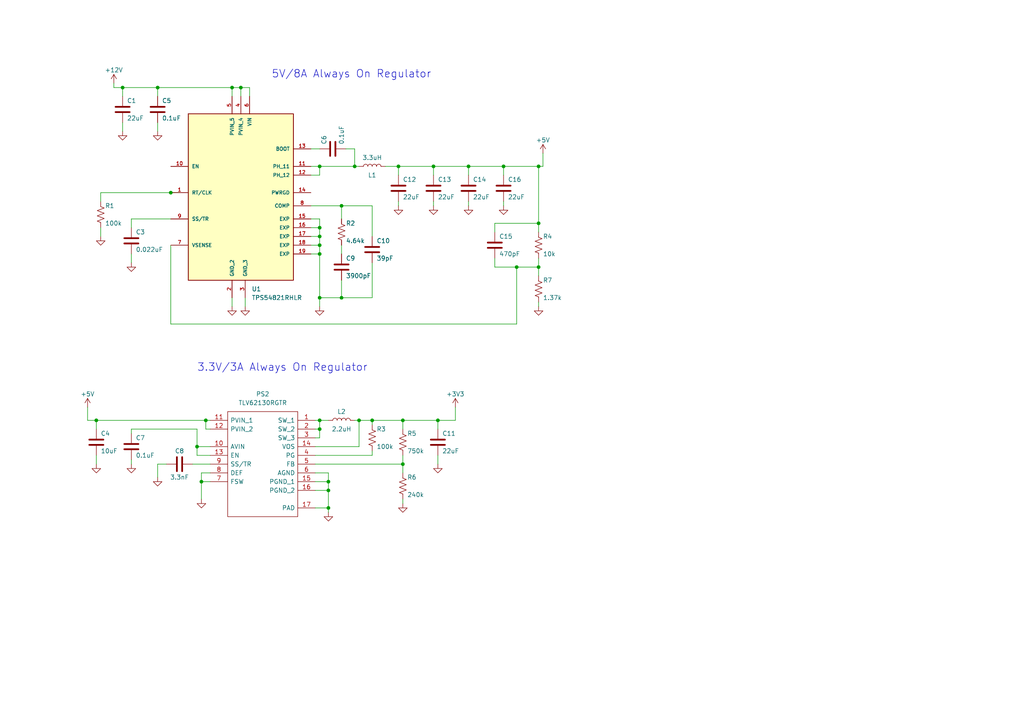
<source format=kicad_sch>
(kicad_sch (version 20211123) (generator eeschema)
  (paper "A4")
  (lib_symbols
    (symbol "Device:C" (pin_numbers hide) (pin_names (offset 0.254))
      (property "Reference" "C" (at 0.635 2.54 0))
      (property "Value" "C" (at 0.635 -2.54 0))
      (symbol "C_0_1"
        (polyline (pts (xy -2.032 -0.762) (xy 2.032 -0.762)) (stroke (width 0.508)))
        (polyline (pts (xy -2.032 0.762) (xy 2.032 0.762)) (stroke (width 0.508)))
      )
      (symbol "C_1_1"
        (pin passive line (at 0 3.81 270) (length 2.794) (name "~") (number "1"))
        (pin passive line (at 0 -3.81 90) (length 2.794) (name "~") (number "2"))
      )
    )
    (symbol "Device:L" (pin_numbers hide) (pin_names (offset 1.016) hide)
      (property "Reference" "L" (at -1.27 0 90))
      (property "Value" "L" (at 1.905 0 90))
      (symbol "L_0_1"
        (arc (start 0 -2.54) (mid 0.635 -1.905) (end 0 -1.27))
        (arc (start 0 -1.27) (mid 0.635 -0.635) (end 0 0))
        (arc (start 0 0) (mid 0.635 0.635) (end 0 1.27))
        (arc (start 0 1.27) (mid 0.635 1.905) (end 0 2.54))
      )
      (symbol "L_1_1"
        (pin passive line (at 0 3.81 270) (length 1.27) (name "1") (number "1"))
        (pin passive line (at 0 -3.81 90) (length 1.27) (name "2") (number "2"))
      )
    )
    (symbol "Device:R_US" (pin_numbers hide) (pin_names (offset 0))
      (property "Reference" "R" (at 2.54 0 90))
      (property "Value" "R_US" (at -2.54 0 90))
      (symbol "R_US_0_1"
        (polyline (pts (xy 0 -2.286) (xy 0 -2.54)))
        (polyline (pts (xy 0 2.286) (xy 0 2.54)))
        (polyline (pts (xy 0 -0.762) (xy 1.016 -1.143) (xy 0 -1.524) (xy -1.016 -1.905) (xy 0 -2.286)))
        (polyline (pts (xy 0 0.762) (xy 1.016 0.381) (xy 0 0) (xy -1.016 -0.381) (xy 0 -0.762)))
        (polyline (pts (xy 0 2.286) (xy 1.016 1.905) (xy 0 1.524) (xy -1.016 1.143) (xy 0 0.762)))
      )
      (symbol "R_US_1_1"
        (pin passive line (at 0 3.81 270) (length 1.27) (name "~") (number "1"))
        (pin passive line (at 0 -3.81 90) (length 1.27) (name "~") (number "2"))
      )
    )
    (symbol "SamacSys_Parts01:TLV62130RGTR" (pin_names (offset 0.762))
      (property "Reference" "PS" (at 26.67 17.78 0))
      (property "Value" "TLV62130RGTR" (at 26.67 15.24 0))
      (symbol "TLV62130RGTR_0_0"
        (pin output line (at 15.24 13.97 180) (length 5.08) (name "SW_1") (number "1"))
        (pin power_in line (at -15.24 6.35 0) (length 5.08) (name "AVIN") (number "10"))
        (pin power_in line (at -15.24 13.97 0) (length 5.08) (name "PVIN_1") (number "11"))
        (pin power_in line (at -15.24 11.43 0) (length 5.08) (name "PVIN_2") (number "12"))
        (pin input line (at -15.24 3.81 0) (length 5.08) (name "EN") (number "13"))
        (pin input line (at 15.24 6.35 180) (length 5.08) (name "VOS") (number "14"))
        (pin power_in line (at 15.24 -3.81 180) (length 5.08) (name "PGND_1") (number "15"))
        (pin power_in line (at 15.24 -6.35 180) (length 5.08) (name "PGND_2") (number "16"))
        (pin power_in line (at 15.24 -11.43 180) (length 5.08) (name "PAD") (number "17"))
        (pin output line (at 15.24 11.43 180) (length 5.08) (name "SW_2") (number "2"))
        (pin output line (at 15.24 8.89 180) (length 5.08) (name "SW_3") (number "3"))
        (pin output line (at 15.24 3.81 180) (length 5.08) (name "PG") (number "4"))
        (pin input line (at 15.24 1.27 180) (length 5.08) (name "FB") (number "5"))
        (pin power_in line (at 15.24 -1.27 180) (length 5.08) (name "AGND") (number "6"))
        (pin input line (at -15.24 -3.81 0) (length 5.08) (name "FSW") (number "7"))
        (pin input line (at -15.24 -1.27 0) (length 5.08) (name "DEF") (number "8"))
        (pin input line (at -15.24 1.27 0) (length 5.08) (name "SS/TR") (number "9"))
      )
      (symbol "TLV62130RGTR_0_1"
        (polyline (pts (xy -10.16 16.51) (xy 10.16 16.51) (xy 10.16 -13.97) (xy -10.16 -13.97) (xy -10.16 16.51)) (stroke (width 0.1524)))
      )
    )
    (symbol "TPS54821RHLR:TPS54821RHLR" (pin_names (offset 1.016))
      (property "Reference" "U" (at -15.24 26.67 0))
      (property "Value" "TPS54821RHLR" (at 20.32 -22.86 0))
      (symbol "TPS54821RHLR_0_0"
        (rectangle (start -15.24 -22.86) (end 15.24 25.4) (stroke (width 0.254)) (fill (type background)))
        (pin input line (at -20.32 2.54 0) (length 5.08) (name "RT/CLK") (number "1"))
        (pin input line (at -20.32 10.16 0) (length 5.08) (name "EN") (number "10"))
        (pin output line (at 20.32 10.16 180) (length 5.08) (name "PH_11") (number "11"))
        (pin output line (at 20.32 7.62 180) (length 5.08) (name "PH_12") (number "12"))
        (pin output line (at 20.32 15.24 180) (length 5.08) (name "BOOT") (number "13"))
        (pin output line (at 20.32 2.54 180) (length 5.08) (name "PWRGD") (number "14"))
        (pin passive line (at 20.32 -5.08 180) (length 5.08) (name "EXP") (number "15"))
        (pin passive line (at 20.32 -7.62 180) (length 5.08) (name "EXP") (number "16"))
        (pin passive line (at 20.32 -10.16 180) (length 5.08) (name "EXP") (number "17"))
        (pin passive line (at 20.32 -12.7 180) (length 5.08) (name "EXP") (number "18"))
        (pin passive line (at 20.32 -15.24 180) (length 5.08) (name "EXP") (number "19"))
        (pin power_in line (at -2.54 -27.94 90) (length 5.08) (name "GND_2") (number "2"))
        (pin power_in line (at 1.27 -27.94 90) (length 5.08) (name "GND_3") (number "3"))
        (pin input line (at 0 30.48 270) (length 5.08) (name "PVIN_4") (number "4"))
        (pin input line (at -2.54 30.48 270) (length 5.08) (name "PVIN_5") (number "5"))
        (pin input line (at 2.54 30.48 270) (length 5.08) (name "VIN") (number "6"))
        (pin input line (at -20.32 -12.7 0) (length 5.08) (name "VSENSE") (number "7"))
        (pin input line (at 20.32 -1.27 180) (length 5.08) (name "COMP") (number "8"))
        (pin input line (at -20.32 -5.08 0) (length 5.08) (name "SS/TR") (number "9"))
      )
    )
    (symbol "power:+12V" (power) (pin_names (offset 0))
      (property "Value" "+12V" (at 0 3.556 0))
      (symbol "+12V_0_1"
        (polyline (pts (xy -0.762 1.27) (xy 0 2.54)))
        (polyline (pts (xy 0 0) (xy 0 2.54)))
        (polyline (pts (xy 0 2.54) (xy 0.762 1.27)))
      )
      (symbol "+12V_1_1"
        (pin power_in line (at 0 0 90) (length 0) hide (name "+12V") (number "1"))
      )
    )
    (symbol "power:+3V3" (power) (pin_names (offset 0))
      (property "Value" "+3V3" (at 0 3.556 0))
      (symbol "+3V3_0_1"
        (polyline (pts (xy -0.762 1.27) (xy 0 2.54)))
        (polyline (pts (xy 0 0) (xy 0 2.54)))
        (polyline (pts (xy 0 2.54) (xy 0.762 1.27)))
      )
      (symbol "+3V3_1_1"
        (pin power_in line (at 0 0 90) (length 0) hide (name "+3V3") (number "1"))
      )
    )
    (symbol "power:+5V" (power) (pin_names (offset 0))
      (property "Value" "+5V" (at 0 3.556 0))
      (symbol "+5V_0_1"
        (polyline (pts (xy -0.762 1.27) (xy 0 2.54)))
        (polyline (pts (xy 0 0) (xy 0 2.54)))
        (polyline (pts (xy 0 2.54) (xy 0.762 1.27)))
      )
      (symbol "+5V_1_1"
        (pin power_in line (at 0 0 90) (length 0) hide (name "+5V") (number "1"))
      )
    )
    (symbol "power:GND" (power) (pin_names (offset 0))
      (property "Value" "GND" (at 0 -3.81 0))
      (symbol "GND_0_1"
        (polyline (pts (xy 0 0) (xy 0 -1.27) (xy 1.27 -1.27) (xy 0 -2.54) (xy -1.27 -1.27) (xy 0 -1.27)))
      )
      (symbol "GND_1_1"
        (pin power_in line (at 0 0 270) (length 0) hide (name "GND") (number "1"))
      )
    )
  )
  (junction (at 116.84 134.62))
  (junction (at 95.25 139.7))
  (junction (at 27.94 121.92))
  (junction (at 92.71 48.26))
  (junction (at 115.57 48.26))
  (junction (at 149.86 77.47))
  (junction (at 45.72 25.4))
  (junction (at 102.87 48.26))
  (junction (at 35.56 25.4))
  (junction (at 59.69 121.92))
  (junction (at 95.25 147.32))
  (junction (at 92.71 86.36))
  (junction (at 99.06 86.36))
  (junction (at 92.71 66.04))
  (junction (at 104.14 121.92))
  (junction (at 57.15 129.54))
  (junction (at 58.42 139.7))
  (junction (at 99.06 59.69))
  (junction (at 156.21 48.26))
  (junction (at 92.71 71.12))
  (junction (at 116.84 121.92))
  (junction (at 92.71 73.66))
  (junction (at 125.73 48.26))
  (junction (at 127 121.92))
  (junction (at 92.71 124.46))
  (junction (at 49.53 55.88))
  (junction (at 95.25 142.24))
  (junction (at 92.71 68.58))
  (junction (at 67.31 25.4))
  (junction (at 92.71 121.92))
  (junction (at 156.21 64.77))
  (junction (at 156.21 77.47))
  (junction (at 107.95 121.92))
  (junction (at 69.85 25.4))
  (junction (at 146.05 48.26))
  (junction (at 135.89 48.26))
  (wire (pts (xy 95.25 147.32) (xy 95.25 148.59)))
  (wire (pts (xy 92.71 63.5) (xy 92.71 66.04)))
  (wire (pts (xy 95.25 139.7) (xy 95.25 142.24)))
  (wire (pts (xy 57.15 132.08) (xy 57.15 129.54)))
  (wire (pts (xy 45.72 25.4) (xy 45.72 27.94)))
  (wire (pts (xy 38.1 124.46) (xy 57.15 124.46)))
  (wire (pts (xy 115.57 48.26) (xy 115.57 50.8)))
  (wire (pts (xy 116.84 121.92) (xy 127 121.92)))
  (wire (pts (xy 104.14 48.26) (xy 102.87 48.26)))
  (wire (pts (xy 115.57 48.26) (xy 125.73 48.26)))
  (wire (pts (xy 99.06 81.28) (xy 99.06 86.36)))
  (wire (pts (xy 116.84 137.16) (xy 116.84 134.62)))
  (wire (pts (xy 146.05 48.26) (xy 146.05 50.8)))
  (wire (pts (xy 92.71 121.92) (xy 95.25 121.92)))
  (wire (pts (xy 146.05 59.69) (xy 146.05 58.42)))
  (wire (pts (xy 29.21 55.88) (xy 29.21 58.42)))
  (wire (pts (xy 33.02 24.13) (xy 33.02 25.4)))
  (wire (pts (xy 111.76 48.26) (xy 115.57 48.26)))
  (wire (pts (xy 92.71 66.04) (xy 92.71 68.58)))
  (wire (pts (xy 149.86 77.47) (xy 156.21 77.47)))
  (wire (pts (xy 107.95 121.92) (xy 107.95 123.19)))
  (wire (pts (xy 90.17 59.69) (xy 99.06 59.69)))
  (wire (pts (xy 45.72 35.56) (xy 45.72 38.1)))
  (wire (pts (xy 125.73 48.26) (xy 125.73 50.8)))
  (wire (pts (xy 57.15 124.46) (xy 57.15 129.54)))
  (wire (pts (xy 107.95 59.69) (xy 107.95 68.58)))
  (wire (pts (xy 25.4 118.11) (xy 25.4 121.92)))
  (wire (pts (xy 25.4 121.92) (xy 27.94 121.92)))
  (wire (pts (xy 90.17 48.26) (xy 92.71 48.26)))
  (wire (pts (xy 91.44 139.7) (xy 95.25 139.7)))
  (wire (pts (xy 67.31 86.36) (xy 67.31 88.9)))
  (wire (pts (xy 127 121.92) (xy 127 124.46)))
  (wire (pts (xy 107.95 121.92) (xy 116.84 121.92)))
  (wire (pts (xy 60.96 139.7) (xy 58.42 139.7)))
  (wire (pts (xy 38.1 133.35) (xy 38.1 134.62)))
  (wire (pts (xy 127 132.08) (xy 127 134.62)))
  (wire (pts (xy 132.08 121.92) (xy 132.08 118.11)))
  (wire (pts (xy 38.1 63.5) (xy 38.1 66.04)))
  (wire (pts (xy 90.17 68.58) (xy 92.71 68.58)))
  (wire (pts (xy 135.89 59.69) (xy 135.89 58.42)))
  (wire (pts (xy 116.84 134.62) (xy 91.44 134.62)))
  (wire (pts (xy 104.14 129.54) (xy 104.14 121.92)))
  (wire (pts (xy 27.94 121.92) (xy 27.94 124.46)))
  (wire (pts (xy 92.71 73.66) (xy 90.17 73.66)))
  (wire (pts (xy 58.42 137.16) (xy 58.42 139.7)))
  (wire (pts (xy 71.12 86.36) (xy 71.12 88.9)))
  (wire (pts (xy 143.51 74.93) (xy 143.51 77.47)))
  (wire (pts (xy 35.56 25.4) (xy 35.56 27.94)))
  (wire (pts (xy 91.44 129.54) (xy 104.14 129.54)))
  (wire (pts (xy 38.1 63.5) (xy 49.53 63.5)))
  (wire (pts (xy 49.53 55.88) (xy 52.07 55.88)))
  (wire (pts (xy 27.94 121.92) (xy 59.69 121.92)))
  (wire (pts (xy 107.95 132.08) (xy 107.95 130.81)))
  (wire (pts (xy 125.73 48.26) (xy 135.89 48.26)))
  (wire (pts (xy 58.42 139.7) (xy 58.42 144.78)))
  (wire (pts (xy 99.06 86.36) (xy 107.95 86.36)))
  (wire (pts (xy 102.87 43.18) (xy 102.87 48.26)))
  (wire (pts (xy 156.21 64.77) (xy 156.21 67.31)))
  (wire (pts (xy 67.31 25.4) (xy 69.85 25.4)))
  (wire (pts (xy 99.06 59.69) (xy 107.95 59.69)))
  (wire (pts (xy 116.84 132.08) (xy 116.84 134.62)))
  (wire (pts (xy 72.39 25.4) (xy 72.39 27.94)))
  (wire (pts (xy 49.53 71.12) (xy 49.53 93.98)))
  (wire (pts (xy 67.31 27.94) (xy 67.31 25.4)))
  (wire (pts (xy 90.17 43.18) (xy 92.71 43.18)))
  (wire (pts (xy 100.33 43.18) (xy 102.87 43.18)))
  (wire (pts (xy 92.71 68.58) (xy 92.71 71.12)))
  (wire (pts (xy 60.96 132.08) (xy 57.15 132.08)))
  (wire (pts (xy 92.71 86.36) (xy 92.71 88.9)))
  (wire (pts (xy 99.06 71.12) (xy 99.06 73.66)))
  (wire (pts (xy 99.06 59.69) (xy 99.06 63.5)))
  (wire (pts (xy 90.17 71.12) (xy 92.71 71.12)))
  (wire (pts (xy 91.44 132.08) (xy 107.95 132.08)))
  (wire (pts (xy 149.86 93.98) (xy 149.86 77.47)))
  (wire (pts (xy 156.21 87.63) (xy 156.21 88.9)))
  (wire (pts (xy 107.95 76.2) (xy 107.95 86.36)))
  (wire (pts (xy 48.26 134.62) (xy 45.72 134.62)))
  (wire (pts (xy 55.88 134.62) (xy 60.96 134.62)))
  (wire (pts (xy 29.21 66.04) (xy 29.21 68.58)))
  (wire (pts (xy 135.89 50.8) (xy 135.89 48.26)))
  (wire (pts (xy 92.71 121.92) (xy 91.44 121.92)))
  (wire (pts (xy 35.56 25.4) (xy 45.72 25.4)))
  (wire (pts (xy 90.17 63.5) (xy 92.71 63.5)))
  (wire (pts (xy 91.44 124.46) (xy 92.71 124.46)))
  (wire (pts (xy 115.57 59.69) (xy 115.57 58.42)))
  (wire (pts (xy 156.21 48.26) (xy 157.48 48.26)))
  (wire (pts (xy 92.71 48.26) (xy 102.87 48.26)))
  (wire (pts (xy 146.05 48.26) (xy 156.21 48.26)))
  (wire (pts (xy 127 121.92) (xy 132.08 121.92)))
  (wire (pts (xy 57.15 129.54) (xy 60.96 129.54)))
  (wire (pts (xy 95.25 137.16) (xy 95.25 139.7)))
  (wire (pts (xy 91.44 142.24) (xy 95.25 142.24)))
  (wire (pts (xy 156.21 74.93) (xy 156.21 77.47)))
  (wire (pts (xy 60.96 137.16) (xy 58.42 137.16)))
  (wire (pts (xy 29.21 55.88) (xy 49.53 55.88)))
  (wire (pts (xy 156.21 48.26) (xy 156.21 64.77)))
  (wire (pts (xy 91.44 137.16) (xy 95.25 137.16)))
  (wire (pts (xy 157.48 44.45) (xy 157.48 48.26)))
  (wire (pts (xy 95.25 142.24) (xy 95.25 147.32)))
  (wire (pts (xy 60.96 124.46) (xy 59.69 124.46)))
  (wire (pts (xy 102.87 121.92) (xy 104.14 121.92)))
  (wire (pts (xy 92.71 127) (xy 92.71 124.46)))
  (wire (pts (xy 92.71 71.12) (xy 92.71 73.66)))
  (wire (pts (xy 92.71 124.46) (xy 92.71 121.92)))
  (wire (pts (xy 135.89 48.26) (xy 146.05 48.26)))
  (wire (pts (xy 143.51 77.47) (xy 149.86 77.47)))
  (wire (pts (xy 91.44 147.32) (xy 95.25 147.32)))
  (wire (pts (xy 116.84 144.78) (xy 116.84 146.05)))
  (wire (pts (xy 143.51 67.31) (xy 143.51 64.77)))
  (wire (pts (xy 33.02 25.4) (xy 35.56 25.4)))
  (wire (pts (xy 143.51 64.77) (xy 156.21 64.77)))
  (wire (pts (xy 38.1 125.73) (xy 38.1 124.46)))
  (wire (pts (xy 38.1 73.66) (xy 38.1 76.2)))
  (wire (pts (xy 156.21 80.01) (xy 156.21 77.47)))
  (wire (pts (xy 91.44 127) (xy 92.71 127)))
  (wire (pts (xy 69.85 25.4) (xy 69.85 27.94)))
  (wire (pts (xy 125.73 59.69) (xy 125.73 58.42)))
  (wire (pts (xy 92.71 86.36) (xy 99.06 86.36)))
  (wire (pts (xy 45.72 134.62) (xy 45.72 138.43)))
  (wire (pts (xy 90.17 50.8) (xy 92.71 50.8)))
  (wire (pts (xy 59.69 124.46) (xy 59.69 121.92)))
  (wire (pts (xy 69.85 25.4) (xy 72.39 25.4)))
  (wire (pts (xy 92.71 50.8) (xy 92.71 48.26)))
  (wire (pts (xy 49.53 93.98) (xy 149.86 93.98)))
  (wire (pts (xy 27.94 134.62) (xy 27.94 132.08)))
  (wire (pts (xy 45.72 25.4) (xy 67.31 25.4)))
  (wire (pts (xy 59.69 121.92) (xy 60.96 121.92)))
  (wire (pts (xy 104.14 121.92) (xy 107.95 121.92)))
  (wire (pts (xy 92.71 73.66) (xy 92.71 86.36)))
  (wire (pts (xy 90.17 66.04) (xy 92.71 66.04)))
  (wire (pts (xy 35.56 35.56) (xy 35.56 38.1)))
  (wire (pts (xy 116.84 121.92) (xy 116.84 124.46)))
  (text "3.3V/3A Always On Regulator" (at 57.15 107.95 0) (effects (font (size 2.2 2.2)) (justify left bottom)))
  (text "5V/8A Always On Regulator" (at 78.74 22.86 0) (effects (font (size 2.2 2.2)) (justify left bottom)))
  (symbol (lib_id "Device:C") (at 107.95 72.39 0) (unit 1)
    (property "Reference" "C10" (at 109.22 69.85 0) (effects (justify left)))
    (property "Value" "39pF" (at 109.22 74.93 0) (effects (justify left)))
    (property "Footprint" "Capacitor_SMD:C_0603_1608Metric" (effects hide))
  )
  (symbol (lib_id "Device:C") (at 127 128.27 0) (unit 1)
    (property "Reference" "C11" (at 128.27 125.73 0) (effects (justify left)))
    (property "Value" "22uF" (at 128.27 130.81 0) (effects (justify left)))
    (property "Footprint" "Capacitor_SMD:C_0805_2012Metric" (effects hide))
  )
  (symbol (lib_id "TPS54821RHLR:TPS54821RHLR") (at 69.85 58.42 0) (unit 1)
    (property "Reference" "U1" (at 72.9997 83.82 0) (effects (justify left)))
    (property "Value" "TPS54821RHLR" (at 72.9997 86.36 0) (effects (justify left)))
    (property "Footprint" "Parts:IC_TPS54821RHLR" (effects hide))
    (property "PARTREV" "4205346-2/K 01/17" (effects hide))
    (property "MAXIMUM_PACKAGE_HEIGHT" "1.00mm" (effects hide))
    (property "STANDARD" "Manufacturer Recommendations" (effects hide))
    (property "MANUFACTURER" "Texas Instruments" (effects hide))
  )
  (symbol (lib_id "power:GND") (at 146.05 59.69 0) (unit 1)
    (property "Reference" "#PWR024" (effects hide))
    (property "Value" "GND" (effects hide))
  )
  (symbol (lib_id "power:GND") (at 92.71 88.9 0) (unit 1)
    (property "Reference" "#PWR017" (effects hide))
    (property "Value" "GND" (effects hide))
  )
  (symbol (lib_id "power:+5V") (at 157.48 44.45 0) (unit 1)
    (property "Reference" "#PWR027" (effects hide))
    (property "Value" "+5V" (at 157.48 40.64 0))
  )
  (symbol (lib_id "Device:R_US") (at 107.95 127 0) (unit 1)
    (property "Reference" "R3" (at 109.22 124.46 0) (effects (justify left)))
    (property "Value" "100k" (at 109.22 129.54 0) (effects (justify left)))
    (property "Footprint" "Resistor_SMD:R_0603_1608Metric" (effects hide))
  )
  (symbol (lib_id "power:GND") (at 45.72 138.43 0) (unit 1)
    (property "Reference" "#PWR013" (effects hide))
    (property "Value" "GND" (effects hide))
  )
  (symbol (lib_id "power:GND") (at 116.84 146.05 0) (unit 1)
    (property "Reference" "#PWR021" (effects hide))
    (property "Value" "GND" (effects hide))
  )
  (symbol (lib_id "Device:L") (at 107.95 48.26 90) (unit 1)
    (property "Reference" "L1" (at 107.95 50.8 90))
    (property "Value" "3.3uH" (at 107.95 45.72 90))
    (property "Footprint" "Beefy:L_6.7x7" (effects hide))
    (property "LCSC Part" "C2761959" (effects hide))
  )
  (symbol (lib_id "power:GND") (at 35.56 38.1 0) (unit 1)
    (property "Reference" "#PWR03" (effects hide))
    (property "Value" "GND" (effects hide))
  )
  (symbol (lib_id "power:GND") (at 45.72 38.1 0) (unit 1)
    (property "Reference" "#PWR09" (effects hide))
    (property "Value" "GND" (effects hide))
  )
  (symbol (lib_id "Device:C") (at 27.94 128.27 0) (unit 1)
    (property "Reference" "C4" (at 29.21 125.73 0) (effects (justify left)))
    (property "Value" "10uF" (at 29.21 130.81 0) (effects (justify left)))
    (property "Footprint" "Capacitor_SMD:C_0805_2012Metric" (effects hide))
  )
  (symbol (lib_id "power:GND") (at 127 134.62 0) (unit 1)
    (property "Reference" "#PWR023" (effects hide))
    (property "Value" "GND" (effects hide))
  )
  (symbol (lib_id "Device:C") (at 96.52 43.18 90) (unit 1)
    (property "Reference" "C6" (at 93.98 41.91 0) (effects (justify left)))
    (property "Value" "0.1uF" (at 99.06 41.91 0) (effects (justify left)))
    (property "Footprint" "Capacitor_SMD:C_0603_1608Metric" (effects hide))
  )
  (symbol (lib_id "Device:R_US") (at 29.21 62.23 0) (unit 1)
    (property "Reference" "R1" (at 30.48 59.69 0) (effects (justify left)))
    (property "Value" "100k" (at 30.48 64.77 0) (effects (justify left)))
    (property "Footprint" "Resistor_SMD:R_0603_1608Metric" (effects hide))
  )
  (symbol (lib_id "power:GND") (at 38.1 76.2 0) (unit 1)
    (property "Reference" "#PWR08" (effects hide))
    (property "Value" "GND" (effects hide))
  )
  (symbol (lib_id "Device:C") (at 99.06 77.47 0) (unit 1)
    (property "Reference" "C9" (at 100.33 74.93 0) (effects (justify left)))
    (property "Value" "3900pF" (at 100.33 80.01 0) (effects (justify left)))
    (property "Footprint" "Capacitor_SMD:C_0603_1608Metric" (effects hide))
  )
  (symbol (lib_id "power:+3V3") (at 132.08 118.11 0) (unit 1)
    (property "Reference" "#PWR025" (effects hide))
    (property "Value" "+3V3" (at 132.08 114.3 0))
  )
  (symbol (lib_id "Device:C") (at 115.57 54.61 0) (unit 1)
    (property "Reference" "C12" (at 116.84 52.07 0) (effects (justify left)))
    (property "Value" "22uF" (at 116.84 57.15 0) (effects (justify left)))
    (property "Footprint" "Capacitor_SMD:C_0805_2012Metric" (effects hide))
  )
  (symbol (lib_id "power:GND") (at 27.94 134.62 0) (unit 1)
    (property "Reference" "#PWR011" (effects hide))
    (property "Value" "GND" (effects hide))
  )
  (symbol (lib_id "Device:C") (at 38.1 129.54 0) (unit 1)
    (property "Reference" "C7" (at 39.37 127 0) (effects (justify left)))
    (property "Value" "0.1uF" (at 39.37 132.08 0) (effects (justify left)))
    (property "Footprint" "Capacitor_SMD:C_0603_1608Metric" (effects hide))
  )
  (symbol (lib_id "Device:R_US") (at 116.84 140.97 0) (unit 1)
    (property "Reference" "R6" (at 118.11 138.43 0) (effects (justify left)))
    (property "Value" "240k" (at 118.11 143.51 0) (effects (justify left)))
    (property "Footprint" "Resistor_SMD:R_0603_1608Metric" (effects hide))
  )
  (symbol (lib_id "power:GND") (at 135.89 59.69 0) (unit 1)
    (property "Reference" "#PWR022" (effects hide))
    (property "Value" "GND" (effects hide))
  )
  (symbol (lib_id "power:GND") (at 67.31 88.9 0) (unit 1)
    (property "Reference" "#PWR014" (effects hide))
    (property "Value" "GND" (effects hide))
  )
  (symbol (lib_id "power:GND") (at 125.73 59.69 0) (unit 1)
    (property "Reference" "#PWR020" (effects hide))
    (property "Value" "GND" (effects hide))
  )
  (symbol (lib_id "power:GND") (at 38.1 134.62 0) (unit 1)
    (property "Reference" "#PWR012" (effects hide))
    (property "Value" "GND" (effects hide))
  )
  (symbol (lib_id "Device:C") (at 52.07 134.62 90) (unit 1)
    (property "Reference" "C8" (at 52.07 130.81 90))
    (property "Value" "3.3nF" (at 52.07 138.43 90))
    (property "Footprint" "Capacitor_SMD:C_0603_1608Metric" (effects hide))
  )
  (symbol (lib_id "power:GND") (at 115.57 59.69 0) (unit 1)
    (property "Reference" "#PWR019" (effects hide))
    (property "Value" "GND" (effects hide))
  )
  (symbol (lib_id "Device:C") (at 135.89 54.61 0) (unit 1)
    (property "Reference" "C14" (at 137.16 52.07 0) (effects (justify left)))
    (property "Value" "22uF" (at 137.16 57.15 0) (effects (justify left)))
    (property "Footprint" "Capacitor_SMD:C_0805_2012Metric" (effects hide))
  )
  (symbol (lib_id "Device:C") (at 125.73 54.61 0) (unit 1)
    (property "Reference" "C13" (at 127 52.07 0) (effects (justify left)))
    (property "Value" "22uF" (at 127 57.15 0) (effects (justify left)))
    (property "Footprint" "Capacitor_SMD:C_0805_2012Metric" (effects hide))
  )
  (symbol (lib_id "Device:C") (at 45.72 31.75 0) (unit 1)
    (property "Reference" "C5" (at 46.99 29.21 0) (effects (justify left)))
    (property "Value" "0.1uF" (at 46.99 34.29 0) (effects (justify left)))
    (property "Footprint" "Capacitor_SMD:C_0603_1608Metric" (effects hide))
  )
  (symbol (lib_id "power:+5V") (at 25.4 118.11 0) (unit 1)
    (property "Reference" "#PWR010" (effects hide))
    (property "Value" "+5V" (at 25.4 114.3 0))
  )
  (symbol (lib_id "power:+12V") (at 33.02 24.13 0) (unit 1)
    (property "Reference" "#PWR02" (effects hide))
    (property "Value" "+12V" (at 33.02 20.32 0))
  )
  (symbol (lib_id "power:GND") (at 29.21 68.58 0) (unit 1)
    (property "Reference" "#PWR01" (effects hide))
    (property "Value" "GND" (effects hide))
  )
  (symbol (lib_id "Device:R_US") (at 99.06 67.31 0) (unit 1)
    (property "Reference" "R2" (at 100.33 64.77 0) (effects (justify left)))
    (property "Value" "4.64k" (at 100.33 69.85 0) (effects (justify left)))
    (property "Footprint" "Resistor_SMD:R_0402_1005Metric" (effects hide))
    (property "LCSC Part" "C60154" (effects hide))
  )
  (symbol (lib_id "Device:R_US") (at 156.21 83.82 0) (unit 1)
    (property "Reference" "R7" (at 157.48 81.28 0) (effects (justify left)))
    (property "Value" "1.37k" (at 157.48 86.36 0) (effects (justify left)))
    (property "Footprint" "Resistor_SMD:R_0402_1005Metric" (effects hide))
    (property "LCSC Part" "C705664" (effects hide))
  )
  (symbol (lib_id "power:GND") (at 95.25 148.59 0) (unit 1)
    (property "Reference" "#PWR018" (effects hide))
    (property "Value" "GND" (effects hide))
  )
  (symbol (lib_id "Device:C") (at 143.51 71.12 0) (unit 1)
    (property "Reference" "C15" (at 144.78 68.58 0) (effects (justify left)))
    (property "Value" "470pF" (at 144.78 73.66 0) (effects (justify left)))
    (property "Footprint" "Capacitor_SMD:C_0603_1608Metric" (effects hide))
  )
  (symbol (lib_id "Device:C") (at 35.56 31.75 0) (unit 1)
    (property "Reference" "C1" (at 36.83 29.21 0) (effects (justify left)))
    (property "Value" "22uF" (at 36.83 34.29 0) (effects (justify left)))
    (property "Footprint" "Capacitor_SMD:C_0805_2012Metric" (effects hide))
  )
  (symbol (lib_id "Device:C") (at 38.1 69.85 0) (unit 1)
    (property "Reference" "C3" (at 39.37 67.31 0) (effects (justify left)))
    (property "Value" "0.022uF" (at 39.37 72.39 0) (effects (justify left)))
    (property "Footprint" "Capacitor_SMD:C_0603_1608Metric" (effects hide))
  )
  (symbol (lib_id "Device:R_US") (at 156.21 71.12 0) (unit 1)
    (property "Reference" "R4" (at 157.48 68.58 0) (effects (justify left)))
    (property "Value" "10k" (at 157.48 73.66 0) (effects (justify left)))
    (property "Footprint" "Resistor_SMD:R_0402_1005Metric" (effects hide))
    (property "LCSC Part" "C852428" (effects hide))
  )
  (symbol (lib_id "power:GND") (at 71.12 88.9 0) (unit 1)
    (property "Reference" "#PWR016" (effects hide))
    (property "Value" "GND" (effects hide))
  )
  (symbol (lib_id "Device:C") (at 146.05 54.61 0) (unit 1)
    (property "Reference" "C16" (at 147.32 52.07 0) (effects (justify left)))
    (property "Value" "22uF" (at 147.32 57.15 0) (effects (justify left)))
    (property "Footprint" "Capacitor_SMD:C_0805_2012Metric" (effects hide))
  )
  (symbol (lib_id "SamacSys_Parts01:TLV62130RGTR") (at 76.2 135.89 0) (unit 1)
    (property "Reference" "PS2" (at 76.2 114.3 0))
    (property "Value" "TLV62130RGTR" (at 76.2 116.84 0))
    (property "Footprint" "SamacSys_Parts:QFN50P300X300X100-17N-D" (effects hide))
    (property "Datasheet" "http://www.ti.com/lit/gpn/tlv62130" (effects hide))
    (property "Description" "Texas Instruments, TLV62130RGTR DC-DC Converter 3A Adjustable, 0.9  5 V, 16-Pin QFN" (effects hide))
    (property "Height" "1" (effects hide))
    (property "Mouser Part Number" "595-TLV62130RGTR" (effects hide))
    (property "Mouser Price/Stock" "https://www.mouser.co.uk/ProductDetail/Texas-Instruments/TLV62130RGTR?qs=2UFnnMkojnVB1OajUwDmow%3D%3D" (effects hide))
    (property "Manufacturer_Name" "Texas Instruments" (effects hide))
    (property "Manufacturer_Part_Number" "TLV62130RGTR" (effects hide))
    (property "LCSC Part" "C122479" (effects hide))
  )
  (symbol (lib_id "Device:R_US") (at 116.84 128.27 0) (unit 1)
    (property "Reference" "R5" (at 118.11 125.73 0) (effects (justify left)))
    (property "Value" "750k" (at 118.11 130.81 0) (effects (justify left)))
    (property "Footprint" "Resistor_SMD:R_0603_1608Metric" (effects hide))
  )
  (symbol (lib_id "power:GND") (at 156.21 88.9 0) (unit 1)
    (property "Reference" "#PWR026" (effects hide))
    (property "Value" "GND" (effects hide))
  )
  (symbol (lib_id "power:GND") (at 58.42 144.78 0) (unit 1)
    (property "Reference" "#PWR015" (effects hide))
    (property "Value" "GND" (effects hide))
  )
  (symbol (lib_id "Device:L") (at 99.06 121.92 90) (unit 1)
    (property "Reference" "L2" (at 99.06 119.38 90))
    (property "Value" "2.2uH" (at 99.06 124.46 90))
    (property "Footprint" "Beefy:L_4.1x4.5" (effects hide))
    (property "LCSC Part" "C2847469" (effects hide))
  )
)
</source>
